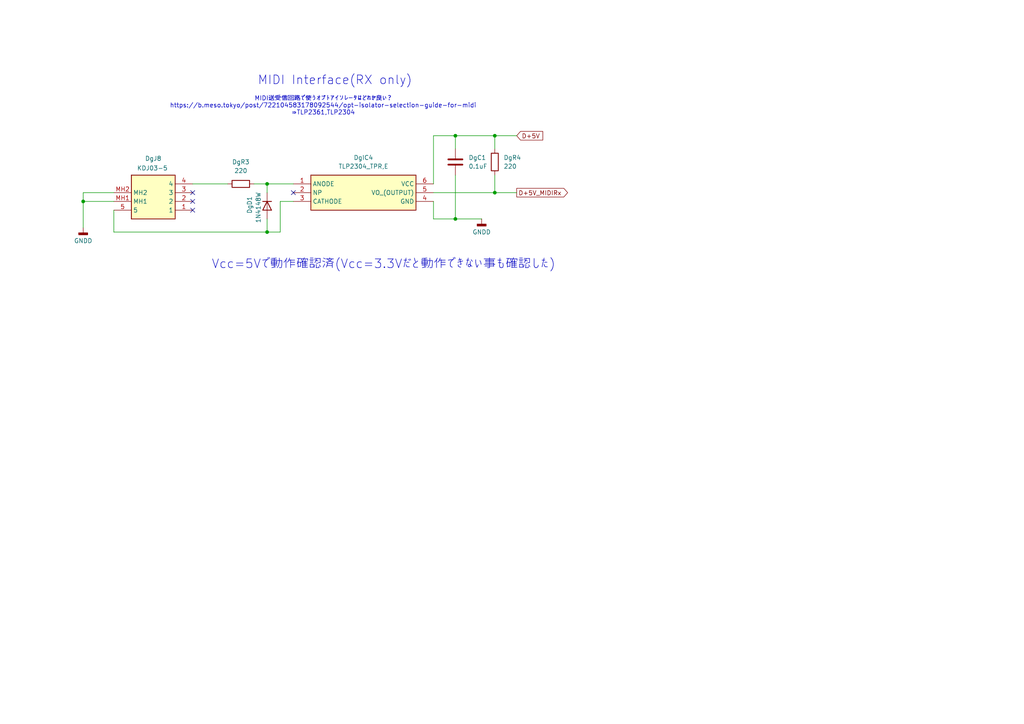
<source format=kicad_sch>
(kicad_sch (version 20231120) (generator "eeschema") (generator_version "8.0")
  (paper "A4")
  (lib_symbols
    (symbol "Device:C" (pin_numbers hide) (pin_names (offset 0.254))
      (property "Reference" "C" (at 0.635 2.54 0))
      (property "Value" "C" (at 0.635 -2.54 0))
      (symbol "C_0_1"
        (polyline (pts (xy -2.032 -0.762) (xy 2.032 -0.762)) (stroke (width 0.508)))
        (polyline (pts (xy -2.032 0.762) (xy 2.032 0.762)) (stroke (width 0.508)))
      )
      (symbol "C_1_1"
        (pin passive line (at 0 3.81 270) (length 2.794) (name "~") (number "1"))
        (pin passive line (at 0 -3.81 90) (length 2.794) (name "~") (number "2"))
      )
    )
    (symbol "Device:R" (pin_numbers hide) (pin_names (offset 0))
      (property "Reference" "R" (at 2.032 0 90))
      (property "Value" "R" (at 0 0 90))
      (symbol "R_0_1"
        (rectangle (start -1.016 -2.54) (end 1.016 2.54) (stroke (width 0.254)))
      )
      (symbol "R_1_1"
        (pin passive line (at 0 3.81 270) (length 1.27) (name "~") (number "1"))
        (pin passive line (at 0 -3.81 90) (length 1.27) (name "~") (number "2"))
      )
    )
    (symbol "Diode:1N4148W" (pin_numbers hide) (pin_names hide)
      (property "Reference" "D" (at 0 2.54 0))
      (property "Value" "1N4148W" (at 0 -2.54 0))
      (symbol "1N4148W_0_1"
        (polyline (pts (xy -1.27 1.27) (xy -1.27 -1.27)) (stroke (width 0.254)))
        (polyline (pts (xy 1.27 0) (xy -1.27 0)))
        (polyline (pts (xy 1.27 1.27) (xy 1.27 -1.27) (xy -1.27 0) (xy 1.27 1.27)) (stroke (width 0.254)))
      )
      (symbol "1N4148W_1_1"
        (pin passive line (at -3.81 0 0) (length 2.54) (name "K") (number "1"))
        (pin passive line (at 3.81 0 180) (length 2.54) (name "A") (number "2"))
      )
    )
    (symbol "SamacSys_Parts:KDJ03-5"
      (property "Reference" "J" (at 19.05 7.62 0))
      (property "Value" "KDJ03-5" (at 19.05 5.08 0))
      (symbol "KDJ03-5_1_1"
        (rectangle (start 5.08 2.54) (end 17.78 -10.16) (stroke (width 0.254)) (fill (type background)))
        (pin passive line (at 0 0 0) (length 5.08) (name "1") (number "1"))
        (pin passive line (at 0 -2.54 0) (length 5.08) (name "2") (number "2"))
        (pin passive line (at 0 -5.08 0) (length 5.08) (name "3") (number "3"))
        (pin passive line (at 0 -7.62 0) (length 5.08) (name "4") (number "4"))
        (pin passive line (at 22.86 0 180) (length 5.08) (name "5") (number "5"))
        (pin passive line (at 22.86 -2.54 180) (length 5.08) (name "MH1") (number "MH1"))
        (pin passive line (at 22.86 -5.08 180) (length 5.08) (name "MH2") (number "MH2"))
      )
    )
    (symbol "SamacSys_Parts:TLP2304_TPR,E"
      (property "Reference" "IC" (at 36.83 7.62 0))
      (property "Value" "TLP2304_TPR,E" (at 36.83 5.08 0))
      (symbol "TLP2304_TPR,E_1_1"
        (rectangle (start 5.08 2.54) (end 35.56 -7.62) (stroke (width 0.254)) (fill (type background)))
        (pin passive line (at 0 0 0) (length 5.08) (name "ANODE") (number "1"))
        (pin passive line (at 0 -2.54 0) (length 5.08) (name "NP") (number "2"))
        (pin passive line (at 0 -5.08 0) (length 5.08) (name "CATHODE") (number "3"))
        (pin passive line (at 40.64 -5.08 180) (length 5.08) (name "GND") (number "4"))
        (pin passive line (at 40.64 -2.54 180) (length 5.08) (name "VO_(OUTPUT)") (number "5"))
        (pin passive line (at 40.64 0 180) (length 5.08) (name "VCC") (number "6"))
      )
    )
    (symbol "power:GNDD" (power) (pin_numbers hide) (pin_names (offset 0) hide)
      (property "Value" "GNDD" (at 0 -3.175 0))
      (symbol "GNDD_0_1"
        (rectangle (start -1.27 -1.524) (end 1.27 -2.032) (stroke (width 0.254)) (fill (type outline)))
        (polyline (pts (xy 0 0) (xy 0 -1.524)))
      )
      (symbol "GNDD_1_1"
        (pin power_in line (at 0 0 270) (length 0) (name "~") (number "1"))
      )
    )
  )
  (junction (at 77.47 53.34))
  (junction (at 143.51 55.88))
  (junction (at 132.08 63.5))
  (junction (at 77.47 67.31))
  (junction (at 132.08 39.37))
  (junction (at 24.13 58.42))
  (junction (at 143.51 39.37))
  (no_connect (at 55.88 55.88))
  (no_connect (at 55.88 60.96))
  (no_connect (at 55.88 58.42))
  (no_connect (at 85.09 55.88))
  (wire (pts (xy 143.51 39.37) (xy 149.86 39.37)))
  (wire (pts (xy 132.08 50.8) (xy 132.08 63.5)))
  (wire (pts (xy 143.51 50.8) (xy 143.51 55.88)))
  (wire (pts (xy 33.02 67.31) (xy 77.47 67.31)))
  (wire (pts (xy 81.28 58.42) (xy 81.28 67.31)))
  (wire (pts (xy 33.02 55.88) (xy 24.13 55.88)))
  (wire (pts (xy 24.13 58.42) (xy 33.02 58.42)))
  (wire (pts (xy 24.13 55.88) (xy 24.13 58.42)))
  (wire (pts (xy 132.08 63.5) (xy 125.73 63.5)))
  (wire (pts (xy 33.02 60.96) (xy 33.02 67.31)))
  (wire (pts (xy 143.51 55.88) (xy 149.86 55.88)))
  (wire (pts (xy 132.08 39.37) (xy 125.73 39.37)))
  (wire (pts (xy 143.51 39.37) (xy 132.08 39.37)))
  (wire (pts (xy 77.47 67.31) (xy 81.28 67.31)))
  (wire (pts (xy 143.51 55.88) (xy 125.73 55.88)))
  (wire (pts (xy 139.7 63.5) (xy 132.08 63.5)))
  (wire (pts (xy 125.73 39.37) (xy 125.73 53.34)))
  (wire (pts (xy 77.47 53.34) (xy 85.09 53.34)))
  (wire (pts (xy 132.08 39.37) (xy 132.08 43.18)))
  (wire (pts (xy 125.73 63.5) (xy 125.73 58.42)))
  (wire (pts (xy 77.47 55.88) (xy 77.47 53.34)))
  (wire (pts (xy 73.66 53.34) (xy 77.47 53.34)))
  (wire (pts (xy 143.51 39.37) (xy 143.51 43.18)))
  (wire (pts (xy 85.09 58.42) (xy 81.28 58.42)))
  (wire (pts (xy 55.88 53.34) (xy 66.04 53.34)))
  (wire (pts (xy 24.13 58.42) (xy 24.13 66.04)))
  (wire (pts (xy 77.47 67.31) (xy 77.47 63.5)))
  (text "MIDI送受信回路で使うオプトアイソレータはどれが良い？\nhttps://b.meso.tokyo/post/722104583178092544/opt-isolator-selection-guide-for-midi\n⇒TLP2361,TLP2304" (at 93.726 30.734 0) (effects (font (size 1.27 1.27))))
  (text "MIDI Interface(RX only)" (at 74.676 23.368 0) (effects (font (size 2.54 2.54)) (justify left)))
  (text "Vcc=5Vで動作確認済(Vcc=3.3Vだと動作できない事も確認した)" (at 111.252 76.708 0) (effects (font (size 2.54 2.54))))
  (global_label "D+5V" (shape input) (at 149.86 39.37 0) (property "Intersheetrefs" "${INTERSHEET_REFS}" (effects (hide yes))))
  (global_label "D+5V_MIDIRx" (shape output) (at 149.86 55.88 0) (property "Intersheetrefs" "${INTERSHEET_REFS}" (effects (hide yes))))
  (symbol (lib_id "power:GNDD") (at 24.13 66.04 0) (unit 1)
    (property "Reference" "#PWR012" (effects (hide yes)))
    (property "Value" "GNDD" (at 24.13 69.85 0))
    (property "Description" "Power symbol creates a global label with name \"GNDD\" , digital ground" (effects (hide yes)))
  )
  (symbol (lib_id "power:GNDD") (at 139.7 63.5 0) (unit 1)
    (property "Reference" "#PWR013" (effects (hide yes)))
    (property "Value" "GNDD" (at 139.7 67.31 0))
    (property "Description" "Power symbol creates a global label with name \"GNDD\" , digital ground" (effects (hide yes)))
  )
  (symbol (lib_id "SamacSys_Parts:TLP2304_TPR,E") (at 85.09 53.34 0) (unit 1)
    (property "Reference" "DgIC4" (at 105.41 45.72 0))
    (property "Value" "TLP2304_TPR,E" (at 105.41 48.26 0))
    (property "Footprint" "SamacSys_Parts:SOIC127P700X230-6N" (effects (hide yes)))
    (property "Datasheet" "http://toshiba.semicon-storage.com/info/docget.jsp?did=63378&prodName=TLP2304" (effects (hide yes)))
    (property "Description" "High Speed Optocouplers High speed photocoupler; 5pin SO6; RoHS; T&R" (effects (hide yes)))
    (property "Height" "2.3" (effects (hide yes)))
    (property "Manufacturer_Name" "Toshiba" (effects (hide yes)))
    (property "Manufacturer_Part_Number" "TLP2304(TPR,E" (effects (hide yes)))
    (property "Mouser Part Number" "757-TLP2304TPRE" (effects (hide yes)))
    (property "Mouser Price/Stock" "https://www.mouser.co.uk/ProductDetail/Toshiba/TLP2304TPRE?qs=T3oQrply3y%2FQr69Xfk23%252BQ%3D%3D" (effects (hide yes)))
  )
  (symbol (lib_id "Device:R") (at 69.85 53.34 90) (unit 1)
    (property "Reference" "DgR3" (at 69.85 46.99 90))
    (property "Value" "220" (at 69.85 49.53 90))
    (property "Footprint" "Resistor_SMD:R_0805_2012Metric_Pad1.20x1.40mm_HandSolder" (effects (hide yes)))
    (property "Description" "Resistor" (effects (hide yes)))
  )
  (symbol (lib_id "Diode:1N4148W") (at 77.47 59.69 270) (unit 1)
    (property "Reference" "DgD1" (at 72.39 59.436 0))
    (property "Value" "1N4148W" (at 74.93 60.198 0))
    (property "Footprint" "Diode_SMD:D_SOD-123" (effects (hide yes)))
    (property "Datasheet" "https://www.vishay.com/docs/85748/1n4148w.pdf" (effects (hide yes)))
    (property "Description" "75V 0.15A Fast Switching Diode, SOD-123" (effects (hide yes)))
    (property "Sim.Device" "D" (effects (hide yes)))
    (property "Sim.Pins" "1=K 2=A" (effects (hide yes)))
  )
  (symbol (lib_id "Device:R") (at 143.51 46.99 0) (unit 1)
    (property "Reference" "DgR4" (at 146.05 45.7199 0) (effects (justify left)))
    (property "Value" "220" (at 146.05 48.2599 0) (effects (justify left)))
    (property "Footprint" "Resistor_SMD:R_0805_2012Metric_Pad1.20x1.40mm_HandSolder" (effects (hide yes)))
    (property "Description" "Resistor" (effects (hide yes)))
  )
  (symbol (lib_id "SamacSys_Parts:KDJ03-5") (at 55.88 60.96 180) (unit 1)
    (property "Reference" "DgJ8" (at 44.45 45.974 0))
    (property "Value" "KDJ03-5" (at 44.196 48.768 0))
    (property "Footprint" "SamacSys_Parts:KDJ035" (effects (hide yes)))
    (property "Datasheet" "https://akizukidenshi.com/download/ds/useconn/KDJ03-5.pdf" (effects (hide yes)))
    (property "Description" "5-Pin DIN Jack" (effects (hide yes)))
    (property "Height" "19.8" (effects (hide yes)))
    (property "Manufacturer_Name" "Useconn Electronics" (effects (hide yes)))
    (property "Manufacturer_Part_Number" "KDJ03-5" (effects (hide yes)))
  )
  (symbol (lib_id "Device:C") (at 132.08 46.99 0) (unit 1)
    (property "Reference" "DgC1" (at 135.89 45.7199 0) (effects (justify left)))
    (property "Value" "0.1uF" (at 135.89 48.2599 0) (effects (justify left)))
    (property "Footprint" "Capacitor_SMD:C_0805_2012Metric_Pad1.18x1.45mm_HandSolder" (effects (hide yes)))
    (property "Description" "Unpolarized capacitor" (effects (hide yes)))
  )
)
</source>
